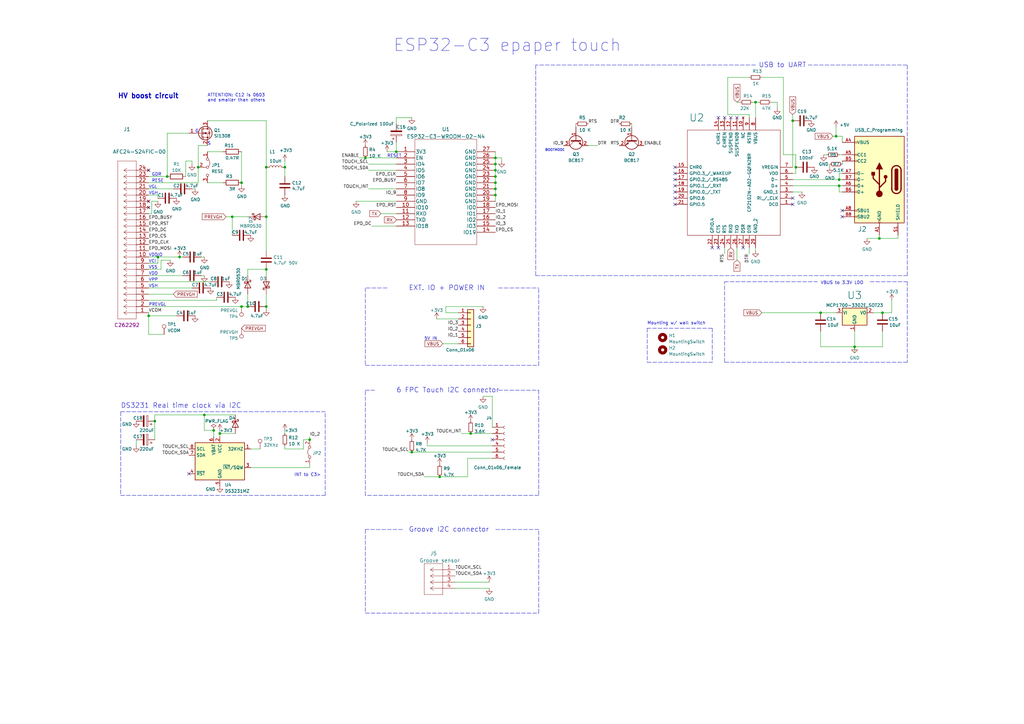
<source format=kicad_sch>
(kicad_sch (version 20211123) (generator eeschema)
  (paper "A3")
  (title_block (title "ESP32-C3 epaper controller with touch") (date "2022-11-22") (rev "1.1") (comment 1 "be used in home appliances with no more than 200 Watts top consumption.") (comment 2 "industrial heavy load devices. This an experimental switch that should only") (comment 3 "it should NOT be used in any case for machinery that is for medical use or") (comment 4 "IMPORTANT: If used as an ON / OFF switch"))
  (junction (at 81.28 68.58))
  (junction (at 90.17 177.8))
  (junction (at 344.17 73.66))
  (junction (at 109.22 88.9))
  (junction (at 116.84 68.58))
  (junction (at 99.06 125.73))
  (junction (at 203.2 67.31))
  (junction (at 180.34 195.58))
  (junction (at 162.56 62.23))
  (junction (at 149.86 64.77))
  (junction (at 83.82 170.18))
  (junction (at 360.68 97.79))
  (junction (at 64.77 105.41))
  (junction (at 73.66 105.41))
  (junction (at 203.2 80.01))
  (junction (at 203.2 74.93))
  (junction (at 309.88 41.91))
  (junction (at 342.9 55.88))
  (junction (at 350.52 142.24))
  (junction (at 325.12 49.53))
  (junction (at 109.22 68.58))
  (junction (at 109.22 125.73))
  (junction (at 60.96 129.54))
  (junction (at 203.2 77.47))
  (junction (at 87.63 176.53))
  (junction (at 168.91 185.42))
  (junction (at 193.04 177.8))
  (junction (at 109.22 110.49))
  (junction (at 63.5 172.72))
  (junction (at 361.95 128.27))
  (junction (at 203.2 69.85))
  (junction (at 336.55 128.27))
  (junction (at 326.39 68.58))
  (junction (at 344.17 76.2))
  (junction (at 203.2 64.77))
  (junction (at 101.6 125.73))
  (junction (at 203.2 72.39))
  (junction (at 95.25 88.9))
  (junction (at 127 180.34))
  (junction (at 99.06 74.93))
  (junction (at 68.58 72.39))
  (no_connect (at 345.44 88.9))
  (no_connect (at 276.86 68.58))
  (no_connect (at 276.86 78.74))
  (no_connect (at 304.8 101.6))
  (no_connect (at 297.18 48.26))
  (no_connect (at 276.86 81.28))
  (no_connect (at 294.64 48.26))
  (no_connect (at 299.72 48.26))
  (no_connect (at 60.96 85.09))
  (no_connect (at 325.12 81.28))
  (no_connect (at 294.64 101.6))
  (no_connect (at 60.96 69.85))
  (no_connect (at 276.86 76.2))
  (no_connect (at 77.47 194.31))
  (no_connect (at 276.86 73.66))
  (no_connect (at 325.12 83.82))
  (no_connect (at 60.96 82.55))
  (no_connect (at 276.86 71.12))
  (no_connect (at 345.44 86.36))
  (no_connect (at 302.26 48.26))
  (no_connect (at 292.1 101.6))
  (no_connect (at 201.93 180.34))
  (no_connect (at 276.86 83.82))
  (polyline (pts (xy 372.11 115.57) (xy 372.11 148.59)))
  (wire (pts (xy 325.12 49.53) (xy 325.12 68.58)))
  (polyline (pts (xy 220.98 217.17) (xy 203.2 217.17)))
  (wire (pts (xy 342.9 52.07) (xy 342.9 55.88)))
  (wire (pts (xy 350.52 142.24) (xy 350.52 144.78)))
  (wire (pts (xy 76.2 72.39) (xy 76.2 66.04)))
  (wire (pts (xy 151.13 67.31) (xy 162.56 67.31)))
  (polyline (pts (xy 49.53 168.91) (xy 133.35 168.91)))
  (wire (pts (xy 81.28 68.58) (xy 81.28 74.93)))
  (wire (pts (xy 149.86 64.77) (xy 147.32 64.77)))
  (polyline (pts (xy 265.43 148.59) (xy 292.1 148.59)))
  (wire (pts (xy 180.34 195.58) (xy 191.77 195.58)))
  (wire (pts (xy 64.77 107.95) (xy 64.77 105.41)))
  (polyline (pts (xy 372.11 148.59) (xy 297.18 148.59)))
  (wire (pts (xy 60.96 128.27) (xy 60.96 129.54)))
  (wire (pts (xy 90.17 177.8) (xy 96.52 177.8)))
  (wire (pts (xy 96.52 170.18) (xy 83.82 170.18)))
  (wire (pts (xy 60.96 123.19) (xy 88.9 123.19)))
  (wire (pts (xy 116.84 68.58) (xy 116.84 72.39)))
  (wire (pts (xy 60.96 129.54) (xy 60.96 137.16)))
  (wire (pts (xy 189.23 177.8) (xy 193.04 177.8)))
  (wire (pts (xy 336.55 142.24) (xy 350.52 142.24)))
  (polyline (pts (xy 158.75 118.11) (xy 149.86 118.11)))
  (wire (pts (xy 127 180.34) (xy 124.46 180.34)))
  (wire (pts (xy 162.56 58.42) (xy 162.56 62.23)))
  (wire (pts (xy 345.44 78.74) (xy 344.17 78.74)))
  (wire (pts (xy 102.87 184.15) (xy 106.68 184.15)))
  (wire (pts (xy 203.2 62.23) (xy 203.2 64.77)))
  (wire (pts (xy 109.22 127) (xy 109.22 125.73)))
  (wire (pts (xy 345.44 71.12) (xy 344.17 71.12)))
  (wire (pts (xy 309.88 48.26) (xy 309.88 41.91)))
  (wire (pts (xy 60.96 129.54) (xy 72.39 129.54)))
  (wire (pts (xy 303.53 41.91) (xy 302.26 41.91)))
  (polyline (pts (xy 372.11 113.03) (xy 372.11 26.67)))
  (wire (pts (xy 92.71 88.9) (xy 95.25 88.9)))
  (wire (pts (xy 109.22 68.58) (xy 109.22 88.9)))
  (wire (pts (xy 203.2 74.93) (xy 203.2 77.47)))
  (polyline (pts (xy 297.18 115.57) (xy 335.28 115.57)))
  (wire (pts (xy 326.39 63.5) (xy 326.39 68.58)))
  (wire (pts (xy 60.96 125.73) (xy 99.06 125.73)))
  (wire (pts (xy 124.46 180.34) (xy 124.46 184.15)))
  (wire (pts (xy 173.99 195.58) (xy 180.34 195.58)))
  (wire (pts (xy 99.06 62.23) (xy 99.06 74.93)))
  (wire (pts (xy 80.01 77.47) (xy 78.74 77.47)))
  (wire (pts (xy 60.96 107.95) (xy 64.77 107.95)))
  (wire (pts (xy 83.82 176.53) (xy 87.63 176.53)))
  (polyline (pts (xy 49.53 203.2) (xy 133.35 203.2)))
  (wire (pts (xy 55.88 180.34) (xy 55.88 182.88)))
  (wire (pts (xy 124.46 184.15) (xy 116.84 184.15)))
  (wire (pts (xy 60.96 74.93) (xy 81.28 74.93)))
  (wire (pts (xy 63.5 172.72) (xy 63.5 170.18)))
  (wire (pts (xy 102.87 191.77) (xy 127 191.77)))
  (polyline (pts (xy 149.86 251.46) (xy 220.98 251.46)))
  (wire (pts (xy 90.17 176.53) (xy 90.17 177.8)))
  (wire (pts (xy 127 191.77) (xy 127 190.5)))
  (wire (pts (xy 298.45 46.99) (xy 298.45 31.75)))
  (wire (pts (xy 64.77 105.41) (xy 73.66 105.41)))
  (polyline (pts (xy 149.86 149.86) (xy 220.98 149.86)))
  (wire (pts (xy 344.17 71.12) (xy 344.17 73.66)))
  (wire (pts (xy 201.93 162.56) (xy 201.93 175.26)))
  (wire (pts (xy 116.84 68.58) (xy 116.84 66.04)))
  (polyline (pts (xy 165.1 217.17) (xy 149.86 217.17)))
  (wire (pts (xy 90.17 177.8) (xy 90.17 179.07)))
  (wire (pts (xy 85.09 74.93) (xy 91.44 74.93)))
  (wire (pts (xy 344.17 76.2) (xy 345.44 76.2)))
  (wire (pts (xy 361.95 128.27) (xy 365.76 128.27)))
  (wire (pts (xy 83.82 170.18) (xy 83.82 176.53)))
  (wire (pts (xy 63.5 170.18) (xy 83.82 170.18)))
  (wire (pts (xy 350.52 135.89) (xy 350.52 142.24)))
  (wire (pts (xy 307.34 48.26) (xy 307.34 46.99)))
  (wire (pts (xy 326.39 71.12) (xy 325.12 71.12)))
  (polyline (pts (xy 204.47 118.11) (xy 220.98 118.11)))
  (wire (pts (xy 109.22 110.49) (xy 109.22 113.03)))
  (wire (pts (xy 302.26 106.68) (xy 302.26 101.6)))
  (wire (pts (xy 259.08 50.8) (xy 259.08 52.07)))
  (wire (pts (xy 91.44 62.23) (xy 85.09 62.23)))
  (wire (pts (xy 309.88 102.87) (xy 309.88 101.6)))
  (wire (pts (xy 198.12 162.56) (xy 201.93 162.56)))
  (polyline (pts (xy 309.88 26.67) (xy 219.71 26.67)))
  (wire (pts (xy 82.55 113.03) (xy 83.82 113.03)))
  (polyline (pts (xy 149.86 118.11) (xy 149.86 149.86)))
  (wire (pts (xy 345.44 55.88) (xy 345.44 58.42)))
  (polyline (pts (xy 149.86 217.17) (xy 149.86 251.46)))
  (wire (pts (xy 312.42 128.27) (xy 336.55 128.27)))
  (wire (pts (xy 62.23 87.63) (xy 62.23 82.55)))
  (wire (pts (xy 241.3 59.69) (xy 245.11 59.69)))
  (wire (pts (xy 168.91 48.26) (xy 162.56 48.26)))
  (wire (pts (xy 60.96 105.41) (xy 64.77 105.41)))
  (polyline (pts (xy 220.98 149.86) (xy 220.98 118.11)))
  (wire (pts (xy 63.5 180.34) (xy 63.5 172.72)))
  (wire (pts (xy 328.93 78.74) (xy 325.12 78.74)))
  (wire (pts (xy 68.58 54.61) (xy 77.47 54.61)))
  (wire (pts (xy 316.23 41.91) (xy 318.77 41.91)))
  (polyline (pts (xy 292.1 134.62) (xy 292.1 148.59)))
  (wire (pts (xy 203.2 69.85) (xy 203.2 72.39)))
  (wire (pts (xy 360.68 97.79) (xy 360.68 96.52)))
  (polyline (pts (xy 220.98 203.2) (xy 149.86 203.2)))
  (wire (pts (xy 60.96 118.11) (xy 78.74 118.11)))
  (wire (pts (xy 146.05 82.55) (xy 162.56 82.55)))
  (wire (pts (xy 312.42 31.75) (xy 321.31 31.75)))
  (wire (pts (xy 99.06 125.73) (xy 101.6 125.73)))
  (wire (pts (xy 101.6 110.49) (xy 109.22 110.49)))
  (polyline (pts (xy 220.98 160.02) (xy 220.98 203.2)))
  (wire (pts (xy 175.26 182.88) (xy 175.26 181.61)))
  (wire (pts (xy 321.31 63.5) (xy 326.39 63.5)))
  (wire (pts (xy 83.82 105.41) (xy 82.55 105.41)))
  (polyline (pts (xy 219.71 113.03) (xy 372.11 113.03)))
  (wire (pts (xy 66.04 106.68) (xy 69.85 106.68)))
  (wire (pts (xy 186.69 238.76) (xy 200.66 238.76)))
  (polyline (pts (xy 292.1 134.62) (xy 265.43 134.62)))
  (wire (pts (xy 365.76 128.27) (xy 365.76 123.19)))
  (wire (pts (xy 71.12 120.65) (xy 60.96 120.65)))
  (wire (pts (xy 203.2 80.01) (xy 203.2 82.55)))
  (wire (pts (xy 307.34 104.14) (xy 307.34 101.6)))
  (wire (pts (xy 191.77 187.96) (xy 201.93 187.96)))
  (wire (pts (xy 318.77 41.91) (xy 318.77 44.45)))
  (wire (pts (xy 309.88 41.91) (xy 311.15 41.91)))
  (wire (pts (xy 345.44 67.31) (xy 345.44 66.04)))
  (wire (pts (xy 198.12 125.73) (xy 182.88 125.73)))
  (wire (pts (xy 179.07 130.81) (xy 187.96 130.81)))
  (wire (pts (xy 81.28 59.69) (xy 81.28 68.58)))
  (polyline (pts (xy 149.86 160.02) (xy 153.67 160.02)))
  (wire (pts (xy 62.23 82.55) (xy 64.77 82.55)))
  (wire (pts (xy 60.96 80.01) (xy 64.77 80.01)))
  (wire (pts (xy 298.45 31.75) (xy 307.34 31.75)))
  (wire (pts (xy 336.55 135.89) (xy 336.55 142.24)))
  (wire (pts (xy 325.12 76.2) (xy 344.17 76.2)))
  (wire (pts (xy 340.36 68.58) (xy 340.36 67.31)))
  (wire (pts (xy 87.63 176.53) (xy 87.63 179.07)))
  (wire (pts (xy 361.95 142.24) (xy 361.95 135.89)))
  (wire (pts (xy 337.82 63.5) (xy 339.09 63.5)))
  (polyline (pts (xy 149.86 203.2) (xy 149.86 160.02)))
  (wire (pts (xy 326.39 68.58) (xy 326.39 71.12)))
  (wire (pts (xy 368.3 97.79) (xy 360.68 97.79)))
  (polyline (pts (xy 356.87 115.57) (xy 372.11 115.57)))
  (wire (pts (xy 201.93 182.88) (xy 175.26 182.88)))
  (wire (pts (xy 68.58 72.39) (xy 68.58 54.61)))
  (wire (pts (xy 152.4 92.71) (xy 162.56 92.71)))
  (wire (pts (xy 205.74 64.77) (xy 203.2 64.77)))
  (wire (pts (xy 151.13 69.85) (xy 162.56 69.85)))
  (wire (pts (xy 85.09 49.53) (xy 109.22 49.53)))
  (wire (pts (xy 99.06 76.2) (xy 99.06 74.93)))
  (wire (pts (xy 168.91 185.42) (xy 201.93 185.42)))
  (wire (pts (xy 325.12 46.99) (xy 325.12 49.53)))
  (wire (pts (xy 344.17 76.2) (xy 344.17 78.74)))
  (wire (pts (xy 182.88 125.73) (xy 182.88 128.27)))
  (wire (pts (xy 341.63 55.88) (xy 342.9 55.88)))
  (wire (pts (xy 74.93 105.41) (xy 73.66 105.41)))
  (wire (pts (xy 297.18 104.14) (xy 297.18 101.6)))
  (wire (pts (xy 193.04 177.8) (xy 201.93 177.8)))
  (polyline (pts (xy 331.47 26.67) (xy 372.11 26.67)))
  (wire (pts (xy 308.61 41.91) (xy 309.88 41.91)))
  (wire (pts (xy 78.74 66.04) (xy 78.74 67.31)))
  (wire (pts (xy 203.2 67.31) (xy 203.2 69.85)))
  (wire (pts (xy 101.6 120.65) (xy 101.6 125.73)))
  (wire (pts (xy 76.2 66.04) (xy 78.74 66.04)))
  (wire (pts (xy 162.56 48.26) (xy 162.56 50.8)))
  (wire (pts (xy 205.74 66.04) (xy 205.74 64.77)))
  (polyline (pts (xy 204.47 160.02) (xy 220.98 160.02)))
  (wire (pts (xy 325.12 73.66) (xy 344.17 73.66)))
  (wire (pts (xy 151.13 77.47) (xy 162.56 77.47)))
  (wire (pts (xy 167.64 185.42) (xy 168.91 185.42)))
  (wire (pts (xy 307.34 46.99) (xy 298.45 46.99)))
  (wire (pts (xy 182.88 128.27) (xy 187.96 128.27)))
  (wire (pts (xy 236.22 50.8) (xy 236.22 52.07)))
  (wire (pts (xy 60.96 115.57) (xy 86.36 115.57)))
  (wire (pts (xy 64.77 80.01) (xy 64.77 81.28)))
  (wire (pts (xy 149.86 64.77) (xy 162.56 64.77)))
  (wire (pts (xy 60.96 110.49) (xy 66.04 110.49)))
  (wire (pts (xy 203.2 72.39) (xy 203.2 74.93)))
  (wire (pts (xy 81.28 59.69) (xy 85.09 59.69)))
  (wire (pts (xy 60.96 113.03) (xy 74.93 113.03)))
  (wire (pts (xy 203.2 77.47) (xy 203.2 80.01)))
  (wire (pts (xy 60.96 137.16) (xy 67.31 137.16)))
  (wire (pts (xy 109.22 88.9) (xy 109.22 102.87)))
  (wire (pts (xy 60.96 72.39) (xy 68.58 72.39)))
  (wire (pts (xy 116.84 176.53) (xy 116.84 177.8)))
  (wire (pts (xy 109.22 120.65) (xy 109.22 125.73)))
  (polyline (pts (xy 265.43 134.62) (xy 265.43 148.59)))
  (wire (pts (xy 60.96 77.47) (xy 71.12 77.47)))
  (wire (pts (xy 350.52 142.24) (xy 361.95 142.24)))
  (wire (pts (xy 344.17 73.66) (xy 345.44 73.66)))
  (wire (pts (xy 95.25 88.9) (xy 101.6 88.9)))
  (wire (pts (xy 127 180.34) (xy 127 179.07)))
  (wire (pts (xy 344.17 63.5) (xy 345.44 63.5)))
  (wire (pts (xy 60.96 87.63) (xy 62.23 87.63)))
  (wire (pts (xy 342.9 55.88) (xy 345.44 55.88)))
  (wire (pts (xy 321.31 31.75) (xy 321.31 63.5)))
  (wire (pts (xy 109.22 49.53) (xy 109.22 68.58)))
  (wire (pts (xy 181.61 140.97) (xy 187.96 140.97)))
  (polyline (pts (xy 49.53 168.91) (xy 49.53 203.2)))
  (wire (pts (xy 95.25 96.52) (xy 95.25 88.9)))
  (wire (pts (xy 368.3 96.52) (xy 368.3 97.79)))
  (wire (pts (xy 101.6 113.03) (xy 101.6 110.49)))
  (wire (pts (xy 156.21 87.63) (xy 162.56 87.63)))
  (wire (pts (xy 200.66 241.3) (xy 186.69 241.3)))
  (polyline (pts (xy 219.71 26.67) (xy 219.71 113.03)))
  (wire (pts (xy 358.14 128.27) (xy 361.95 128.27)))
  (wire (pts (xy 88.9 123.19) (xy 88.9 121.92)))
  (wire (pts (xy 66.04 110.49) (xy 66.04 106.68)))
  (wire (pts (xy 191.77 195.58) (xy 191.77 187.96)))
  (wire (pts (xy 336.55 128.27) (xy 342.9 128.27)))
  (polyline (pts (xy 133.35 203.2) (xy 133.35 168.91)))
  (wire (pts (xy 116.84 184.15) (xy 116.84 182.88)))
  (wire (pts (xy 355.6 97.79) (xy 360.68 97.79)))
  (wire (pts (xy 203.2 64.77) (xy 203.2 67.31)))
  (polyline (pts (xy 297.18 148.59) (xy 297.18 115.57)))
  (polyline (pts (xy 220.98 251.46) (xy 220.98 217.17)))
  (wire (pts (xy 158.75 62.23) (xy 162.56 62.23)))
  (text "PREVGL" (at 60.96 125.73 0) (effects (font (size 1.27 1.27)) (justify left bottom)))
  (text "EXT. IO + POWER IN" (at 167.64 119.38 0) (effects (font (size 2 2)) (justify left bottom)))
  (text "RESE" (at 62.23 74.93 0) (effects (font (size 1.27 1.27)) (justify left bottom)))
  (text "VCI" (at 60.96 107.95 0) (effects (font (size 1.27 1.27)) (justify left bottom)))
  (text "VDDIO" (at 60.96 105.41 0) (effects (font (size 1.27 1.27)) (justify left bottom)))
  (text "Groove I2C connector" (at 167.64 218.44 0) (effects (font (size 2 2)) (justify left bottom)))
  (text "DS3231 Real time clock via I2C" (at 49.53 167.64 0) (effects (font (size 2 2)) (justify left bottom)))
  (text "INT to C3>" (at 120.65 195.58 0) (effects (font (size 1.27 1.27)) (justify left bottom)))
  (text "BOOTMODE" (at 223.52 62.23 0) (effects (font (size 1 1)) (justify left bottom)))
  (text "5V IN" (at 173.99 139.7 0) (effects (font (size 1.27 1.27)) (justify left bottom)))
  (text "6 FPC Touch I2C connector" (at 162.56 161.29 0) (effects (font (size 2 2)) (justify left bottom)))
  (text "VDD" (at 60.96 113.03 0) (effects (font (size 1.27 1.27)) (justify left bottom)))
  (text "S" (at 85.09 59.69 0) (effects (font (size 1.27 1.27)) (justify left bottom)))
  (text "VSH" (at 60.96 118.11 0) (effects (font (size 1.27 1.27)) (justify left bottom)))
  (text "VSS" (at 60.96 110.49 0) (effects (font (size 1.27 1.27)) (justify left bottom)))
  (text "VPP" (at 60.96 115.57 0) (effects (font (size 1.27 1.27)) (justify left bottom)))
  (text "VGL" (at 60.96 77.47 0) (effects (font (size 1.27 1.27)) (justify left bottom)))
  (text "RESET" (at 158.75 64.77 0) (effects (font (size 1.27 1.27)) (justify left bottom)))
  (text "ATTENTION: C12 is 0603\nand smaller than others" (at 85.09 41.91 0) (effects (font (size 1.27 1.27)) (justify left bottom)))
  (text "VGH" (at 60.96 80.01 0) (effects (font (size 1.27 1.27)) (justify left bottom)))
  (text "USB to UART" (at 311.15 27.94 0) (effects (font (size 2 2)) (justify left bottom)))
  (text "VBUS to 3.3V LDO" (at 336.55 116.84 0) (effects (font (size 1.27 1.27)) (justify left bottom)))
  (text "GDR" (at 62.23 72.39 0) (effects (font (size 1.27 1.27)) (justify left bottom)))
  (text "G" (at 80.01 54.61 0) (effects (font (size 1.27 1.27)) (justify left bottom)))
  (text "ESP32-C3 epaper touch" (at 161.29 21.59 0) (effects (font (size 5 5)) (justify left bottom)))
  (text "Mounting w/ wall switch" (at 265.43 133.35 0) (effects (font (size 1.27 1.27)) (justify left bottom)))
  (text "HV boost circuit" (at 48.26 40.64 0) (effects (font (size 2 2) (thickness 0.4) bold) (justify left bottom)))
  (label "IO_3" (at 187.96 133.35 180))
  (label "EPD_CLK" (at 162.56 72.39 180))
  (label "TOUCH_SCL" (at 167.64 185.42 180))
  (label "IO_2" (at 187.96 135.89 180))
  (label "TOUCH_SDA" (at 77.47 186.69 180))
  (label "VCOM" (at 60.96 128.27 0))
  (label "TOUCH_SCL" (at 186.69 233.68 0))
  (label "IO_1" (at 203.2 87.63 0))
  (label "TOUCH_SCL" (at 151.13 67.31 180))
  (label "EPD_DC" (at 60.96 95.25 0))
  (label "IO_9" (at 162.56 80.01 180))
  (label "EPD_CS" (at 60.96 97.79 0))
  (label "TOUCH_SCL" (at 77.47 184.15 180))
  (label "RTS" (at 241.3 50.8 0))
  (label "IO_9" (at 231.14 59.69 180))
  (label "EPD_RST" (at 162.56 85.09 180))
  (label "EPD_BUSY" (at 162.56 74.93 180))
  (label "TOUCH_INT" (at 151.13 77.47 180))
  (label "ENABLE" (at 147.32 64.77 180))
  (label "RTS" (at 254 59.69 180))
  (label "TOUCH_SDA" (at 186.69 236.22 0))
  (label "DTR" (at 307.34 104.14 270))
  (label "IO_1" (at 187.96 138.43 180))
  (label "DTR" (at 245.11 59.69 0))
  (label "TOUCH_SDA" (at 173.99 195.58 180))
  (label "EPD_DC" (at 152.4 92.71 180))
  (label "DTR" (at 254 50.8 180))
  (label "TOUCH_SDA" (at 151.13 69.85 180))
  (label "EPD_BUSY" (at 60.96 90.17 0))
  (label "EPD_CLK" (at 60.96 100.33 0))
  (label "TOUCH_INT" (at 189.23 177.8 180))
  (label "IO_3" (at 203.2 92.71 0))
  (label "RTS" (at 297.18 104.14 270))
  (label "EPD_RST" (at 60.96 92.71 0))
  (label "ENABLE" (at 264.16 59.69 0))
  (label "EPD_CS" (at 203.2 95.25 0))
  (label "IO_2" (at 203.2 90.17 0))
  (label "EPD_MOSI" (at 60.96 102.87 0))
  (label "IO_2" (at 127 179.07 0))
  (label "EPD_MOSI" (at 203.2 85.09 0))
  (global_label "VBUS" (shape input) (at 181.61 140.97 180) (property "Intersheet References" "${INTERSHEET_REFS}" (effects hide)))
  (global_label "VBUS" (shape input) (at 325.12 46.99 90) (property "Intersheet References" "${INTERSHEET_REFS}" (effects hide)))
  (global_label "PREVGH" (shape input) (at 71.12 120.65 0) (property "Intersheet References" "${INTERSHEET_REFS}" (effects hide)))
  (global_label "RX" (shape input) (at 162.56 90.17 180) (property "Intersheet References" "${INTERSHEET_REFS}" (effects hide)))
  (global_label "VBUS" (shape input) (at 302.26 41.91 90) (property "Intersheet References" "${INTERSHEET_REFS}" (effects hide)))
  (global_label "TX" (shape input) (at 302.26 106.68 270) (property "Intersheet References" "${INTERSHEET_REFS}" (effects hide)))
  (global_label "PREVGH" (shape input) (at 92.71 88.9 180) (property "Intersheet References" "${INTERSHEET_REFS}" (effects hide)))
  (global_label "PREVGH" (shape input) (at 99.06 134.62 0) (property "Intersheet References" "${INTERSHEET_REFS}" (effects hide)))
  (global_label "VBUS" (shape input) (at 341.63 55.88 180) (property "Intersheet References" "${INTERSHEET_REFS}" (effects hide)))
  (global_label "TX" (shape input) (at 156.21 87.63 180) (property "Intersheet References" "${INTERSHEET_REFS}" (effects hide)))
  (global_label "RX" (shape input) (at 299.72 101.6 270) (property "Intersheet References" "${INTERSHEET_REFS}" (effects hide)))
  (global_label "VBUS" (shape input) (at 312.42 128.27 180) (property "Intersheet References" "${INTERSHEET_REFS}" (effects hide)))
  (symbol (lib_id "Jumper:Jumper_3_Bridged12") (at 85.09 68.58 270) (unit 1)
    (property "Reference" "JP1" (at 86.7162 67.7453 90) (effects (justify left)))
    (property "Value" "RESE" (at 86.7162 70.2822 90) (effects (justify left)))
    (property "Footprint" "footprint:switch-MK-12C02-G020" (effects hide))
    (property "LCSC" "C2911519" (effects hide))
  )
  (symbol (lib_id "power:GND") (at 355.6 97.79 0) (unit 1)
    (property "Reference" "#PWR06" (effects hide))
    (property "Value" "GND" (at 355.6 102.2334 0))
  )
  (symbol (lib_id "power:+3V3") (at 175.26 181.61 0) (unit 1)
    (property "Reference" "#PWR0125" (effects hide))
    (property "Value" "+3V3" (at 175.26 178.0342 0))
  )
  (symbol (lib_id "Device:R_Small") (at 341.63 63.5 270) (unit 1)
    (property "Reference" "R6" (at 340.36 63.5 90) (effects (justify left)))
    (property "Value" "5.1K" (at 339.09 60.96 90) (effects (justify left)))
    (property "Footprint" "Resistor_SMD:R_0603_1608Metric" (effects hide))
    (property "Datasheet" "https://datasheet.lcsc.com/lcsc/2206010116_UNI-ROYAL-Uniroyal-Elec-0603WAF5101T5E_C23186.pdf" (effects hide))
    (property "LCSC" "C23186" (effects hide))
  )
  (symbol (lib_id "power:GND") (at 69.85 106.68 0) (unit 1)
    (property "Reference" "#PWR0105" (effects hide))
    (property "Value" "GND" (at 69.977 111.0742 0))
  )
  (symbol (lib_id "Device:R_Small") (at 309.88 31.75 270) (unit 1)
    (property "Reference" "R13" (at 308.61 29.21 90) (effects (justify left)))
    (property "Value" "1K" (at 308.61 34.29 90) (effects (justify left)))
    (property "Footprint" "Resistor_SMD:R_0603_1608Metric" (effects hide))
    (property "Datasheet" "https://jlcpcb.com/partdetail/21904-0603WAF1001T5E/C21190" (effects hide))
    (property "LCSC" "C21190" (effects hide))
  )
  (symbol (lib_id "Device:C") (at 78.74 105.41 270) (unit 1)
    (property "Reference" "C5" (at 76.2 104.14 90))
    (property "Value" "1uF" (at 81.28 104.14 90))
    (property "Footprint" "Capacitor_SMD:C_0805_2012Metric_Pad1.18x1.45mm_HandSolder" (effects hide))
    (property "LCSC" "C28323" (effects hide))
  )
  (symbol (lib_id "power:GND") (at 80.01 77.47 0) (unit 1)
    (property "Reference" "#PWR0112" (effects hide))
    (property "Value" "GND" (at 80.137 81.8642 0))
  )
  (symbol (lib_id "Device:C") (at 68.58 81.28 270) (unit 1)
    (property "Reference" "C1" (at 66.04 80.01 90))
    (property "Value" "4.7uF" (at 72.39 80.01 90))
    (property "Footprint" "Capacitor_SMD:C_0805_2012Metric_Pad1.18x1.45mm_HandSolder" (effects hide))
    (property "LCSC" "C1779" (effects hide))
  )
  (symbol (lib_id "power:GND") (at 328.93 78.74 0) (unit 1)
    (property "Reference" "#PWR02" (effects hide))
    (property "Value" "GND" (at 328.93 83.1834 0))
  )
  (symbol (lib_id "power:+3.3V") (at 365.76 123.19 0) (unit 1)
    (property "Reference" "#PWR09" (effects hide))
    (property "Value" "+3.3V" (at 365.76 119.6142 0))
  )
  (symbol (lib_id "Device:R") (at 72.39 72.39 90) (unit 1)
    (property "Reference" "R1" (at 72.39 67.31 90))
    (property "Value" "10K" (at 72.39 69.85 90))
    (property "Footprint" "Resistor_SMD:R_0603_1608Metric" (effects hide))
    (property "Datasheet" "https://jlcpcb.com/partdetail/26547-0603WAF1002T5E/C25804" (effects hide))
    (property "LCSC" "C25804" (effects hide))
  )
  (symbol (lib_id "Device:R_Small") (at 168.91 182.88 0) (unit 1)
    (property "Reference" "R8" (at 170.4086 182.0453 0) (effects (justify left)))
    (property "Value" "4.7K" (at 170.4086 184.5822 0) (effects (justify left)))
    (property "Footprint" "Resistor_SMD:R_0603_1608Metric" (effects hide))
    (property "Datasheet" "https://jlcpcb.com/partdetail/23889-0603WAF4701T5E/C23162" (effects hide))
    (property "LCSC" "C23162" (effects hide))
  )
  (symbol (lib_id "power:GND") (at 146.05 82.55 0) (unit 1)
    (property "Reference" "#PWR0102" (effects hide))
    (property "Value" "GND" (at 146.05 86.9934 0))
  )
  (symbol (lib_id "Device:C") (at 78.74 113.03 270) (unit 1)
    (property "Reference" "C6" (at 76.2 111.76 90))
    (property "Value" "1uF" (at 81.28 111.76 90))
    (property "Footprint" "Capacitor_SMD:C_0805_2012Metric_Pad1.18x1.45mm_HandSolder" (effects hide))
    (property "LCSC" "C28323" (effects hide))
  )
  (symbol (lib_id "MOLEX-I2C-532530470:532530470") (at 186.69 233.68 0) (mirror y) (unit 1)
    (property "Reference" "J5" (at 177.8 226.9924 0) (effects (font (size 1.524 1.524))))
    (property "Value" "Groove sensor" (at 180.34 229.87 0) (effects (font (size 1.524 1.524))))
    (property "Footprint" "footprint:MOLEX-I2C-532530470" (effects hide))
  )
  (symbol (lib_id "Connector:TestPoint") (at 67.31 137.16 0) (unit 1)
    (property "Reference" "TP1" (at 68.707 133.0233 0) (effects (justify left)))
    (property "Value" "VCOM" (at 68.707 135.5602 0) (effects (justify left)))
    (property "Footprint" "TestPoint:TestPoint_Pad_D1.5mm" (effects hide))
  )
  (symbol (lib_id "Connector:TestPoint") (at 106.68 184.15 0) (unit 1)
    (property "Reference" "TP3" (at 108.077 180.0133 0) (effects (justify left)))
    (property "Value" "32Khz" (at 108.077 182.5502 0) (effects (justify left)))
    (property "Footprint" "TestPoint:TestPoint_Pad_D1.5mm" (effects hide))
  )
  (symbol (lib_id "power:+3V3") (at 73.66 105.41 0) (unit 1)
    (property "Reference" "#PWR0118" (effects hide))
    (property "Value" "+3V3" (at 73.66 101.8342 0))
  )
  (symbol (lib_id "power:+3V3") (at 168.91 180.34 0) (unit 1)
    (property "Reference" "#PWR0126" (effects hide))
    (property "Value" "+3V3" (at 168.91 176.7642 0))
  )
  (symbol (lib_id "power:GND") (at 109.22 127 0) (unit 1)
    (property "Reference" "#PWR0121" (effects hide))
    (property "Value" "GND" (effects hide))
  )
  (symbol (lib_id "Device:C") (at 99.06 96.52 270) (unit 1)
    (property "Reference" "C9" (at 96.52 95.25 90))
    (property "Value" "4.7uF" (at 102.87 95.25 90))
    (property "Footprint" "Capacitor_SMD:C_0805_2012Metric_Pad1.18x1.45mm_HandSolder" (effects hide))
    (property "LCSC" "C1779" (effects hide))
  )
  (symbol (lib_id "Device:R_Small") (at 306.07 41.91 270) (unit 1)
    (property "Reference" "R14" (at 304.8 39.37 90) (effects (justify left)))
    (property "Value" "22K" (at 303.53 44.45 90) (effects (justify left)))
    (property "Footprint" "Resistor_SMD:R_0603_1608Metric" (effects hide))
    (property "Datasheet" "https://jlcpcb.com/partdetail/32812-0603WAF2202T5E/C31850" (effects hide))
    (property "LCSC" "C31850" (effects hide))
  )
  (symbol (lib_id "power:GND") (at 116.84 80.01 0) (unit 1)
    (property "Reference" "#PWR0117" (effects hide))
    (property "Value" "GND" (at 116.967 84.4042 0))
  )
  (symbol (lib_id "Diode:MBR0530") (at 101.6 116.84 270) (unit 1)
    (property "Reference" "D1" (at 100.33 114.3 90))
    (property "Value" "MBR0530" (at 97.79 114.3 0))
    (property "Footprint" "Diode_SMD:D_SOD-123" (effects hide))
    (property "Datasheet" "http://www.mccsemi.com/up_pdf/MBR0520~MBR0580(SOD123).pdf" (effects hide))
    (property "LCSC" "C77336" (effects hide))
  )
  (symbol (lib_id "power:+3V3") (at 200.66 238.76 0) (unit 1)
    (property "Reference" "#PWR017" (effects hide))
    (property "Value" "+3V3" (at 200.66 235.1842 0))
  )
  (symbol (lib_id "power:GND") (at 72.39 81.28 0) (unit 1)
    (property "Reference" "#PWR0113" (effects hide))
    (property "Value" "GND" (at 72.517 85.6742 0))
  )
  (symbol (lib_id "power:GND") (at 309.88 102.87 0) (unit 1)
    (property "Reference" "#PWR01" (effects hide))
    (property "Value" "GND" (at 309.88 107.3134 0))
  )
  (symbol (lib_id "power:GND") (at 86.36 118.11 0) (unit 1)
    (property "Reference" "#PWR0107" (effects hide))
    (property "Value" "GND" (effects hide))
  )
  (symbol (lib_id "Device:C_Polarized") (at 59.69 180.34 270) (mirror x) (unit 1)
    (property "Reference" "C17" (at 54.61 179.07 90) (effects (justify left)))
    (property "Value" "220uF" (at 57.15 184.15 90) (effects (justify left)))
    (property "Footprint" "Capacitor_Tantalum_SMD:CP_EIA-3528-21_Kemet-B" (effects hide))
    (property "Datasheet" "https://jlcpcb.com/partdetail/Kemet-T490B227M006ATE500/C122252" (effects hide))
    (property "LCSC" "C122252" (effects hide))
  )
  (symbol (lib_id "power:GND") (at 334.01 68.58 0) (unit 1)
    (property "Reference" "#PWR020" (effects hide))
    (property "Value" "GND" (at 334.01 72.39 0))
  )
  (symbol (lib_id "Device:R_Small") (at 342.9 67.31 270) (unit 1)
    (property "Reference" "R7" (at 341.63 67.31 90) (effects (justify left)))
    (property "Value" "5.1K" (at 341.63 69.85 90) (effects (justify left)))
    (property "Footprint" "Resistor_SMD:R_0603_1608Metric" (effects hide))
    (property "Datasheet" "https://datasheet.lcsc.com/lcsc/2206010116_UNI-ROYAL-Uniroyal-Elec-0603WAF5101T5E_C23186.pdf" (effects hide))
    (property "LCSC" "C23186" (effects hide))
  )
  (symbol (lib_id "Device:C") (at 76.2 129.54 270) (unit 1)
    (property "Reference" "C4" (at 73.66 128.27 90))
    (property "Value" "1uF" (at 78.74 128.27 90))
    (property "Footprint" "Capacitor_SMD:C_0805_2012Metric_Pad1.18x1.45mm_HandSolder" (effects hide))
    (property "LCSC" "C28323" (effects hide))
  )
  (symbol (lib_id "power:PWR_FLAG") (at 87.63 176.53 0) (unit 1)
    (property "Reference" "#FLG02" (effects hide))
    (property "Value" "PWR_FLAG" (at 88.9 172.72 0))
  )
  (symbol (lib_id "power:GND") (at 80.01 129.54 0) (unit 1)
    (property "Reference" "#PWR0120" (effects hide))
    (property "Value" "GND" (effects hide))
  )
  (symbol (lib_id "Device:R_Small") (at 180.34 193.04 0) (unit 1)
    (property "Reference" "R9" (at 181.8386 192.2053 0) (effects (justify left)))
    (property "Value" "4.7K" (at 181.8386 194.7422 0) (effects (justify left)))
    (property "Footprint" "Resistor_SMD:R_0603_1608Metric" (effects hide))
    (property "Datasheet" "https://jlcpcb.com/partdetail/23889-0603WAF4701T5E/C23162" (effects hide))
    (property "LCSC" "C23162" (effects hide))
  )
  (symbol (lib_id "power:GND") (at 96.52 121.92 0) (unit 1)
    (property "Reference" "#PWR0106" (effects hide))
    (property "Value" "GND" (effects hide))
  )
  (symbol (lib_id "Device:R_Small") (at 193.04 175.26 0) (unit 1)
    (property "Reference" "R10" (at 194.5386 174.4253 0) (effects (justify left)))
    (property "Value" "3.6K" (at 194.5386 176.9622 0) (effects (justify left)))
    (property "Footprint" "Resistor_SMD:R_0603_1608Metric" (effects hide))
    (property "Datasheet" "https://jlcpcb.com/partdetail/23707-0603WAF3601T5E/C22980" (effects hide))
    (property "LCSC" "C22980" (effects hide))
  )
  (symbol (lib_id "Timer_RTC:DS3231MZ") (at 90.17 189.23 0) (unit 1)
    (property "Reference" "U4" (at 92.1894 198.8804 0) (effects (justify left)))
    (property "Value" "DS3231MZ" (at 92.1894 201.4173 0) (effects (justify left)))
    (property "Footprint" "Package_SO:SOIC-8_3.9x4.9mm_P1.27mm" (effects hide))
    (property "Datasheet" "http://datasheets.maximintegrated.com/en/ds/DS3231M.pdf" (effects hide))
    (property "LCSC" "C107410" (effects hide))
  )
  (symbol (lib_id "ESP32:ESP32-C3-WROOM-02-N4") (at 162.56 62.23 0) (unit 1)
    (property "Reference" "U1" (at 182.88 53.0024 0) (effects (font (size 1.524 1.524))))
    (property "Value" "ESP32-C3-WROOM-02-N4" (at 182.88 55.9958 0) (effects (font (size 1.524 1.524))))
    (property "Footprint" "footprint:ESP32-C3-WROOM-02-N4" (effects hide))
    (property "Datasheet" "https://jlcpcb.com/partdetail/3281215-ESP32_C3_WROOM_02N4/C2934560" (effects hide))
    (property "LCSC" "C2934560" (effects hide))
  )
  (symbol (lib_id "footprint:FH12-24S-0.5SV55") (at 60.96 128.27 180) (unit 1)
    (property "Reference" "J1" (at 52.07 53.0024 0) (effects (font (size 1.524 1.524))))
    (property "Value" "AFC24-S24FIC-00" (at 57.15 62.23 0) (effects (font (size 1.524 1.524))))
    (property "Footprint" "footprint:AFC24-S24FIC-00" (effects hide))
    (property "Datasheet" "C262292" (at 52.07 133.35 0) (effects (font (size 1.524 1.524))))
  )
  (symbol (lib_id "power:GND") (at 168.91 48.26 0) (unit 1)
    (property "Reference" "#PWR010" (effects hide))
    (property "Value" "GND" (at 168.91 52.7034 0))
  )
  (symbol (lib_id "power:GND") (at 332.74 49.53 0) (unit 1)
    (property "Reference" "#PWR05" (effects hide))
    (property "Value" "GND" (at 332.74 53.34 0))
  )
  (symbol (lib_id "power:GND") (at 83.82 105.41 0) (unit 1)
    (property "Reference" "#PWR0110" (effects hide))
    (property "Value" "GND" (at 83.947 109.8042 0))
  )
  (symbol (lib_id "Diode:MBR0530") (at 96.52 173.99 270) (unit 1)
    (property "Reference" "D4" (at 95.25 171.45 90))
    (property "Value" "1N5819WS" (effects hide))
    (property "Footprint" "Diode_SMD:D_SOD-323" (effects hide))
    (property "Datasheet" "https://jlcpcb.com/partdetail/GuangdongHottech-1N5819WS/C191023" (effects hide))
    (property "LCSC" "C191023" (effects hide))
  )
  (symbol (lib_id "power:+3V3") (at 149.86 59.69 0) (unit 1)
    (property "Reference" "#PWR07" (effects hide))
    (property "Value" "+3V3" (at 149.86 56.1142 0))
  )
  (symbol (lib_id "power:GND") (at 55.88 172.72 0) (unit 1)
    (property "Reference" "#PWR019" (effects hide))
    (property "Value" "GND" (at 52.07 173.99 0))
  )
  (symbol (lib_id "power:GND") (at 93.98 115.57 0) (unit 1)
    (property "Reference" "#PWR0108" (effects hide))
    (property "Value" "GND" (effects hide))
  )
  (symbol (lib_id "power:GND") (at 340.36 68.58 0) (unit 1)
    (property "Reference" "#PWR04" (effects hide))
    (property "Value" "GND" (at 340.36 73.0234 0))
  )
  (symbol (lib_id "Device:R") (at 95.25 74.93 90) (unit 1)
    (property "Reference" "R3" (at 93.98 72.39 90))
    (property "Value" "3R" (at 95.25 77.47 90))
    (property "Footprint" "Resistor_SMD:R_0603_1608Metric" (effects hide))
    (property "Datasheet" "https://jlcpcb.com/partdetail/25980-0603WAJ030JT5E/C25237" (effects hide))
    (property "LCSC" "C25237" (effects hide))
  )
  (symbol (lib_id "Device:C") (at 90.17 115.57 270) (unit 1)
    (property "Reference" "C8" (at 87.63 114.3 90))
    (property "Value" "1uF" (at 92.71 114.3 90))
    (property "Footprint" "Capacitor_SMD:C_0805_2012Metric_Pad1.18x1.45mm_HandSolder" (effects hide))
    (property "LCSC" "C28323" (effects hide))
  )
  (symbol (lib_id "power:GND") (at 99.06 76.2 0) (unit 1)
    (property "Reference" "#PWR0114" (effects hide))
    (property "Value" "GND" (at 99.187 80.5942 0))
  )
  (symbol (lib_id "power:+3V3") (at 179.07 130.81 0) (unit 1)
    (property "Reference" "#PWR011" (effects hide))
    (property "Value" "+3V3" (at 179.07 127.2342 0))
  )
  (symbol (lib_id "Diode:MBR0530") (at 109.22 116.84 90) (unit 1)
    (property "Reference" "D3" (at 107.95 114.3 90))
    (property "Value" "MBR0530" (effects hide))
    (property "Footprint" "Diode_SMD:D_SOD-123" (effects hide))
    (property "Datasheet" "http://www.mccsemi.com/up_pdf/MBR0520~MBR0580(SOD123).pdf" (effects hide))
    (property "LCSC" "C77336" (effects hide))
  )
  (symbol (lib_id "power:+3.3V") (at 90.17 176.53 0) (unit 1)
    (property "Reference" "#PWR014" (effects hide))
    (property "Value" "+3.3V" (at 92.71 176.53 0))
  )
  (symbol (lib_id "Mechanical:MountingHole") (at 271.78 143.51 0) (unit 1)
    (property "Reference" "H2" (at 274.32 142.6753 0) (effects (justify left)))
    (property "Value" "MountingSwitch" (at 274.32 145.2122 0) (effects (justify left)))
    (property "Footprint" "MountingHole:MountingHole_3.2mm_M3" (effects hide))
  )
  (symbol (lib_id "CP2102:CP2102N-A02-GQFN28R") (at 325.12 83.82 180) (unit 1)
    (property "Reference" "U2" (at 285.75 48.26 0) (effects (font (size 3 3))))
    (property "Value" "CP2102N-A02-GQFN28R" (at 307.34 74.93 90))
    (property "Footprint" "footprint:CP2102-QFN50P500X500X80-29N-D" (effects hide))
    (property "Datasheet" "https://www.silabs.com/documents/public/data-sheets/cp2102n-datasheet.pdf" (effects hide))
    (property "Description" "USB Interface IC USB to UART bridge - QFN28" (effects hide))
    (property "Height" "0.8" (effects hide))
    (property "Manufacturer_Name" "Silicon Labs" (effects hide))
    (property "Manufacturer_Part_Number" "CP2102N-A02-GQFN28R" (effects hide))
    (property "Mouser Part Number" "634-CP2102NA02QFN28R" (effects hide))
    (property "Mouser Price/Stock" "https://www.mouser.co.uk/ProductDetail/Silicon-Labs/CP2102N-A02-GQFN28R?qs=u16ybLDytRag4qKvSH3fTw%3D%3D" (effects hide))
    (property "Arrow Part Number" "CP2102N-A02-GQFN28R" (effects hide))
    (property "LCSC" "C964632" (effects hide))
  )
  (symbol (lib_id "Device:C") (at 116.84 76.2 180) (unit 1)
    (property "Reference" "C12" (at 119.761 75.0316 0) (effects (justify right)))
    (property "Value" "4.7uF" (at 119.761 77.343 0) (effects (justify right)))
    (property "Footprint" "Capacitor_SMD:C_0603_1608Metric" (effects hide))
    (property "Datasheet" "https://jlcpcb.com/partdetail/97651-CL10A106MA8NRNC/C96446" (effects hide))
    (property "LCSC" "C19666" (effects hide))
  )
  (symbol (lib_id "Device:C") (at 336.55 132.08 0) (unit 1)
    (property "Reference" "C14" (at 342.9 130.81 0) (effects (justify right)))
    (property "Value" "10uF" (at 344.17 133.35 0) (effects (justify right)))
    (property "Footprint" "Capacitor_SMD:C_0805_2012Metric" (effects hide))
    (property "LCSC" "C15850" (effects hide))
  )
  (symbol (lib_id "Device:C") (at 74.93 77.47 270) (unit 1)
    (property "Reference" "C2" (at 72.39 76.2 90))
    (property "Value" "4.7uF" (at 78.74 76.2 90))
    (property "Footprint" "Capacitor_SMD:C_0805_2012Metric_Pad1.18x1.45mm_HandSolder" (effects hide))
    (property "LCSC" "C1779" (effects hide))
  )
  (symbol (lib_id "power:+3V3") (at 158.75 62.23 0) (unit 1)
    (property "Reference" "#PWR0103" (effects hide))
    (property "Value" "+3V3" (at 158.75 58.6542 0))
  )
  (symbol (lib_id "Device:C") (at 82.55 118.11 270) (unit 1)
    (property "Reference" "C7" (at 80.01 116.84 90))
    (property "Value" "4.7uF" (at 86.36 116.84 90))
    (property "Footprint" "Capacitor_SMD:C_0805_2012Metric_Pad1.18x1.45mm_HandSolder" (effects hide))
    (property "LCSC" "C1779" (effects hide))
  )
  (symbol (lib_id "power:GND") (at 102.87 96.52 0) (unit 1)
    (property "Reference" "#PWR0115" (effects hide))
    (property "Value" "GND" (effects hide))
  )
  (symbol (lib_id "power:GND") (at 83.82 113.03 0) (unit 1)
    (property "Reference" "#PWR0109" (effects hide))
    (property "Value" "GND" (effects hide))
  )
  (symbol (lib_id "Device:C") (at 105.41 125.73 270) (unit 1)
    (property "Reference" "C10" (at 102.87 124.46 90))
    (property "Value" "4.7uF" (at 105.41 129.54 90))
    (property "Footprint" "Capacitor_SMD:C_0805_2012Metric_Pad1.18x1.45mm_HandSolder" (effects hide))
    (property "LCSC" "C1779" (effects hide))
  )
  (symbol (lib_id "Device:R_Small") (at 116.84 180.34 0) (unit 1)
    (property "Reference" "R12" (at 118.3386 179.5053 0) (effects (justify left)))
    (property "Value" "10 K" (at 118.3386 182.0422 0) (effects (justify left)))
    (property "Footprint" "Resistor_SMD:R_0603_1608Metric" (effects hide))
    (property "Datasheet" "https://datasheet.lcsc.com/lcsc/2206010045_UNI-ROYAL-Uniroyal-Elec-0603WAF1002T5E_C25804.pdf" (effects hide))
    (property "LCSC" "C25804" (effects hide))
  )
  (symbol (lib_id "power:GND") (at 350.52 142.24 0) (unit 1)
    (property "Reference" "#PWR08" (effects hide))
    (property "Value" "GND" (at 350.52 146.8025 0))
  )
  (symbol (lib_id "Connector:TestPoint") (at 99.06 134.62 180) (unit 1)
    (property "Reference" "TP5" (at 97.663 138.7567 0) (effects (justify left)))
    (property "Value" "PREVGH" (at 97.663 136.2198 0) (effects (justify left)))
    (property "Footprint" "TestPoint:TestPoint_Pad_D1.5mm" (effects hide))
  )
  (symbol (lib_id "power:GND") (at 90.17 199.39 0) (unit 1)
    (property "Reference" "#PWR015" (effects hide))
    (property "Value" "GND" (at 86.36 200.66 0))
  )
  (symbol (lib_id "power:+5V") (at 342.9 52.07 0) (mirror y) (unit 1)
    (property "Reference" "#PWR021" (effects hide))
    (property "Value" "+5V" (at 344.297 51.2338 0) (effects (justify right)))
  )
  (symbol (lib_id "power:+3V3") (at 180.34 190.5 0) (unit 1)
    (property "Reference" "#PWR0122" (effects hide))
    (property "Value" "+3V3" (at 180.34 186.9242 0))
  )
  (symbol (lib_id "Mechanical:MountingHole") (at 271.78 138.43 0) (unit 1)
    (property "Reference" "H1" (at 274.32 137.5953 0) (effects (justify left)))
    (property "Value" "MountingSwitch" (at 274.32 140.1322 0) (effects (justify left)))
    (property "Footprint" "MountingHole:MountingHole_3.2mm_M3" (effects hide))
  )
  (symbol (lib_id "power:GND") (at 337.82 63.5 0) (unit 1)
    (property "Reference" "#PWR03" (effects hide))
    (property "Value" "GND" (at 337.82 67.31 0))
  )
  (symbol (lib_id "Device:R_Small") (at 238.76 50.8 270) (unit 1)
    (property "Reference" "R5" (at 237.49 48.26 90) (effects (justify left)))
    (property "Value" "10 K" (at 237.49 53.34 90) (effects (justify left)))
    (property "Footprint" "Resistor_SMD:R_0603_1608Metric" (effects hide))
    (property "Datasheet" "https://datasheet.lcsc.com/lcsc/2206010045_UNI-ROYAL-Uniroyal-Elec-0603WAF1002T5E_C25804.pdf" (effects hide))
    (property "LCSC" "C25804" (effects hide))
  )
  (symbol (lib_id "power:GND") (at 55.88 182.88 0) (unit 1)
    (property "Reference" "#PWR013" (effects hide))
    (property "Value" "GND" (at 52.07 184.15 0))
  )
  (symbol (lib_id "Transistor_FET:2N7002") (at 82.55 54.61 0) (unit 1)
    (property "Reference" "Q1" (at 87.7316 53.4416 0) (effects (justify left)))
    (property "Value" "Si1308" (at 87.7316 55.753 0) (effects (justify left)))
    (property "Footprint" "Package_TO_SOT_SMD:SOT-323_SC-70" (effects hide))
    (property "Datasheet" "https://www.onsemi.com/pub/Collateral/NDS7002A-D.PDF" (effects hide))
    (property "LCSC" "C469327" (effects hide))
  )
  (symbol (lib_id "Device:C_Polarized") (at 162.56 54.61 0) (mirror x) (unit 1)
    (property "Reference" "C16" (at 162.56 52.07 0) (effects (justify left)))
    (property "Value" "C_Polarized 100uF" (at 143.51 50.8 0) (effects (justify left)))
    (property "Footprint" "Capacitor_Tantalum_SMD:CP_EIA-3528-21_Kemet-B" (effects hide))
    (property "Datasheet" "https://datasheet.lcsc.com/lcsc/2004141707_KEMET-T491X477K010AT_C513339.pdf" (effects hide))
    (property "LCSC" "C129289" (effects hide))
  )
  (symbol (lib_id "Device:C") (at 92.71 121.92 270) (unit 1)
    (property "Reference" "C3" (at 90.17 120.65 90))
    (property "Value" "4.7uF" (at 96.52 120.65 90))
    (property "Footprint" "Capacitor_SMD:C_0805_2012Metric_Pad1.18x1.45mm_HandSolder" (effects hide))
    (property "LCSC" "C1779" (effects hide))
  )
  (symbol (lib_id "Transistor_BJT:BC817") (at 259.08 57.15 270) (unit 1)
    (property "Reference" "Q2" (at 259.08 63.2698 90))
    (property "Value" "BC817" (at 259.08 65.8067 90))
    (property "Footprint" "Package_TO_SOT_SMD:SOT-23" (effects hide))
    (property "Datasheet" "https://www.onsemi.com/pub/Collateral/BC818-D.pdf" (effects hide))
    (property "LCSC" "C146798" (effects hide))
  )
  (symbol (lib_id "Device:L") (at 113.03 68.58 90) (unit 1)
    (property "Reference" "L1" (at 111.76 62.23 90))
    (property "Value" "10uH" (at 113.03 66.04 90))
    (property "Footprint" "footprint:SWPA4030S1R0NT" (effects hide))
    (property "Datasheet" "https://jlcpcb.com/partdetail/Sunlord-SWPA4030S100MT/C38117" (effects hide))
    (property "LCSC" "C38117" (effects hide))
  )
  (symbol (lib_id "Device:C") (at 361.95 132.08 0) (unit 1)
    (property "Reference" "C15" (at 368.3 130.81 0) (effects (justify right)))
    (property "Value" "10uF" (at 369.57 133.35 0) (effects (justify right)))
    (property "Footprint" "Capacitor_SMD:C_0805_2012Metric" (effects hide))
    (property "LCSC" "C15850" (effects hide))
  )
  (symbol (lib_id "Device:R_Small") (at 149.86 62.23 0) (unit 1)
    (property "Reference" "R4" (at 151.3586 61.3953 0) (effects (justify left)))
    (property "Value" "10 K" (at 151.3586 63.9322 0) (effects (justify left)))
    (property "Footprint" "Resistor_SMD:R_0603_1608Metric" (effects hide))
    (property "Datasheet" "https://datasheet.lcsc.com/lcsc/2206010045_UNI-ROYAL-Uniroyal-Elec-0603WAF1002T5E_C25804.pdf" (effects hide))
    (property "LCSC" "C25804" (effects hide))
  )
  (symbol (lib_id "Device:R_Small") (at 256.54 50.8 90) (unit 1)
    (property "Reference" "R2" (at 256.54 48.26 90) (effects (justify left)))
    (property "Value" "10 K" (at 259.08 53.34 90) (effects (justify left)))
    (property "Footprint" "Resistor_SMD:R_0603_1608Metric" (effects hide))
    (property "LCSC" "C25804" (effects hide))
  )
  (symbol (lib_id "power:+3.3V") (at 116.84 176.53 0) (unit 1)
    (property "Reference" "#PWR016" (effects hide))
    (property "Value" "+3.3V" (at 119.38 176.53 0))
  )
  (symbol (lib_id "Connector:Conn_01x06_Female") (at 207.01 180.34 0) (unit 1)
    (property "Reference" "J4" (at 199.39 171.45 0) (effects (justify left)))
    (property "Value" "Conn_01x06_Female" (at 194.31 191.77 0) (effects (justify left)))
    (property "Footprint" "footprint:FH34SRJ-6S-0.5SH50-Hirose" (effects hide))
    (property "Datasheet" "https://jlcpcb.com/partdetail/hrs_hirose-FH34SRJ_6S_0_5SH_50/C224194" (effects hide))
    (property "LCSC" "C224194" (effects hide))
  )
  (symbol (lib_id "power:+3V3") (at 193.04 172.72 0) (unit 1)
    (property "Reference" "#PWR0123" (effects hide))
    (property "Value" "+3V3" (at 193.04 169.1442 0))
  )
  (symbol (lib_id "power:GND") (at 78.74 67.31 0) (unit 1)
    (property "Reference" "#PWR0111" (effects hide))
    (property "Value" "GND" (at 78.74 71.7534 0))
  )
  (symbol (lib_id "power:GND") (at 198.12 125.73 0) (unit 1)
    (property "Reference" "#PWR012" (effects hide))
    (property "Value" "GND" (at 198.12 130.1734 0))
  )
  (symbol (lib_id "power:GND") (at 200.66 241.3 0) (unit 1)
    (property "Reference" "#PWR018" (effects hide))
    (property "Value" "GND" (at 200.66 245.7434 0))
  )
  (symbol (lib_id "Device:C") (at 109.22 106.68 180) (unit 1)
    (property "Reference" "C11" (at 112.141 105.5116 0) (effects (justify right)))
    (property "Value" "4.7uF 50V" (at 112.141 107.823 0) (effects (justify right)))
    (property "Footprint" "Capacitor_SMD:C_0805_2012Metric_Pad1.18x1.45mm_HandSolder" (effects hide))
    (property "LCSC" "C1779" (effects hide))
  )
  (symbol (lib_id "Device:C_Polarized") (at 59.69 172.72 270) (mirror x) (unit 1)
    (property "Reference" "C18" (at 54.61 171.45 90) (effects (justify left)))
    (property "Value" "220uF" (at 57.15 176.53 90) (effects (justify left)))
    (property "Footprint" "Capacitor_Tantalum_SMD:CP_EIA-3528-21_Kemet-B" (effects hide))
    (property "Datasheet" "https://jlcpcb.com/partdetail/Kemet-T490B227M006ATE500/C122252" (effects hide))
    (property "LCSC" "C122252" (effects hide))
  )
  (symbol (lib_id "power:GND") (at 318.77 44.45 0) (unit 1)
    (property "Reference" "#PWR022" (effects hide))
    (property "Value" "GND" (at 318.77 48.26 0))
  )
  (symbol (lib_id "Diode:MBR0530") (at 105.41 88.9 0) (unit 1)
    (property "Reference" "D2" (at 102.87 90.17 90))
    (property "Value" "MBR0530" (at 102.87 92.71 0))
    (property "Footprint" "Diode_SMD:D_SOD-123" (effects hide))
    (property "Datasheet" "http://www.mccsemi.com/up_pdf/MBR0520~MBR0580(SOD123).pdf" (effects hide))
    (property "LCSC" "C77336" (effects hide))
  )
  (symbol (lib_id "Device:R") (at 95.25 62.23 90) (unit 1)
    (property "Reference" "R11" (at 93.98 59.69 90))
    (property "Value" "0.47R" (at 95.25 64.77 90))
    (property "Footprint" "Resistor_SMD:R_0603_1608Metric" (effects hide))
    (property "LCSC" "C103895" (effects hide))
  )
  (symbol (lib_id "Connector:TestPoint") (at 99.06 125.73 180) (unit 1)
    (property "Reference" "TP4" (at 97.663 129.8667 0) (effects (justify left)))
    (property "Value" "PREVGL" (at 97.663 127.3298 0) (effects (justify left)))
    (property "Footprint" "TestPoint:TestPoint_Pad_D1.5mm" (effects hide))
  )
  (symbol (lib_id "Device:C") (at 330.2 68.58 90) (unit 1)
    (property "Reference" "C13" (at 328.93 62.23 90) (effects (justify right)))
    (property "Value" "100nF" (at 327.66 64.77 90) (effects (justify right)))
    (property "Footprint" "Capacitor_SMD:C_0805_2012Metric" (effects hide))
    (property "LCSC" "C28233" (effects hide))
  )
  (symbol (lib_id "Device:C") (at 328.93 49.53 270) (unit 1)
    (property "Reference" "C19" (at 328.93 45.72 90))
    (property "Value" "4.7uF" (at 332.74 48.26 90))
    (property "Footprint" "Capacitor_SMD:C_0805_2012Metric_Pad1.18x1.45mm_HandSolder" (effects hide))
    (property "LCSC" "C1779" (effects hide))
  )
  (symbol (lib_id "power:GND") (at 64.77 82.55 0) (unit 1)
    (property "Reference" "#PWR0119" (effects hide))
    (property "Value" "GND" (at 64.897 86.9442 0))
  )
  (symbol (lib_id "Connector:USB_C_Receptacle_USB2.0") (at 360.68 73.66 0) (mirror y) (unit 1)
    (property "Reference" "J2" (at 351.79 93.98 0) (effects (font (size 2 2)) (justify right)))
    (property "Value" "USB_C_Programming" (at 350.52 53.34 0) (effects (justify right)))
    (property "Footprint" "footprint:USB_C_Receptacle_HRO_TYPE-C-31-M-12" (effects hide))
    (property "Datasheet" "https://www.usb.org/sites/default/files/documents/usb_type-c.zip" (effects hide))
    (property "LCSC" "C165948" (effects hide))
  )
  (symbol (lib_id "Device:R_Small") (at 313.69 41.91 270) (unit 1)
    (property "Reference" "R15" (at 312.42 39.37 90) (effects (justify left)))
    (property "Value" "47K" (at 312.42 44.45 90) (effects (justify left)))
    (property "Footprint" "Resistor_SMD:R_0402_1005Metric" (effects hide))
    (property "Datasheet" "https://jlcpcb.com/partdetail/Yageo-RC0402FR0747K5L/C137974" (effects hide))
    (property "LCSC" "C137974" (effects hide))
  )
  (symbol (lib_id "power:GND") (at 198.12 162.56 0) (unit 1)
    (property "Reference" "#PWR0124" (effects hide))
    (property "Value" "GND" (at 198.12 167.0034 0))
  )
  (symbol (lib_id "Transistor_BJT:BC817") (at 236.22 57.15 90) (mirror x) (unit 1)
    (property "Reference" "Q3" (at 236.22 63.2698 90))
    (property "Value" "BC817" (at 236.22 65.8067 90))
    (property "Footprint" "Package_TO_SOT_SMD:SOT-23" (effects hide))
    (property "Datasheet" "https://www.onsemi.com/pub/Collateral/BC818-D.pdf" (effects hide))
    (property "LCSC" "C146798" (effects hide))
  )
  (symbol (lib_id "Connector_Generic:Conn_01x06") (at 193.04 133.35 0) (unit 1)
    (property "Reference" "J3" (at 195.072 133.7853 0) (effects (justify left)))
    (property "Value" "Conn_01x06" (at 182.88 143.51 0) (effects (justify left)))
    (property "Footprint" "Connector_PinSocket_2.54mm:PinSocket_1x06_P2.54mm_Vertical" (effects hide))
  )
  (symbol (lib_id "power:GND") (at 205.74 66.04 0) (unit 1)
    (property "Reference" "#PWR0104" (effects hide))
    (property "Value" "GND" (at 205.74 70.4834 0))
  )
  (symbol (lib_id "power:+3V3") (at 116.84 66.04 0) (unit 1)
    (property "Reference" "#PWR0116" (effects hide))
    (property "Value" "+3V3" (at 117.221 61.6458 0))
  )
  (symbol (lib_id "Regulator_Linear:MCP1700-3302E_SOT23") (at 350.52 128.27 0) (unit 1)
    (property "Reference" "U3" (at 350.52 121.1105 0) (effects (font (size 3 3))))
    (property "Value" "MCP1700-3302E_SOT23" (at 350.52 125.2022 0))
    (property "Footprint" "Package_TO_SOT_SMD:SOT-23" (effects hide))
    (property "Datasheet" "https://jlcpcb.com/partdetail/MicrochipTech-MCP1700T_3302ETT/C39051" (effects hide))
    (property "LCSC" "C39051" (effects hide))
  )
  (symbol (lib_id "Jumper:Jumper_2_Bridged") (at 127 185.42 90) (unit 1)
    (property "Reference" "JP2" (at 128.143 185.8538 90) (effects (justify right)))
    (property "Value" "Jumper_2_Bridged" (effects hide))
    (property "Footprint" "Jumper:SolderJumper-2_P1.3mm_Bridged_RoundedPad1.0x1.5mm" (effects hide))
  )
)
</source>
